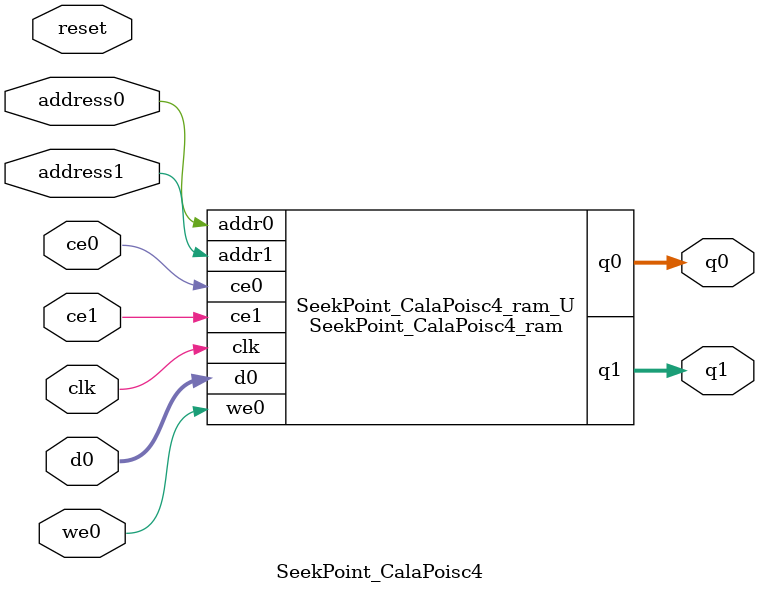
<source format=v>
`timescale 1 ns / 1 ps
module SeekPoint_CalaPoisc4_ram (addr0, ce0, d0, we0, q0, addr1, ce1, q1,  clk);

parameter DWIDTH = 32;
parameter AWIDTH = 1;
parameter MEM_SIZE = 2;

input[AWIDTH-1:0] addr0;
input ce0;
input[DWIDTH-1:0] d0;
input we0;
output reg[DWIDTH-1:0] q0;
input[AWIDTH-1:0] addr1;
input ce1;
output reg[DWIDTH-1:0] q1;
input clk;

(* ram_style = "distributed" *)reg [DWIDTH-1:0] ram[0:MEM_SIZE-1];




always @(posedge clk)  
begin 
    if (ce0) 
    begin
        if (we0) 
        begin 
            ram[addr0] <= d0; 
        end 
        q0 <= ram[addr0];
    end
end


always @(posedge clk)  
begin 
    if (ce1) 
    begin
        q1 <= ram[addr1];
    end
end


endmodule

`timescale 1 ns / 1 ps
module SeekPoint_CalaPoisc4(
    reset,
    clk,
    address0,
    ce0,
    we0,
    d0,
    q0,
    address1,
    ce1,
    q1);

parameter DataWidth = 32'd32;
parameter AddressRange = 32'd2;
parameter AddressWidth = 32'd1;
input reset;
input clk;
input[AddressWidth - 1:0] address0;
input ce0;
input we0;
input[DataWidth - 1:0] d0;
output[DataWidth - 1:0] q0;
input[AddressWidth - 1:0] address1;
input ce1;
output[DataWidth - 1:0] q1;



SeekPoint_CalaPoisc4_ram SeekPoint_CalaPoisc4_ram_U(
    .clk( clk ),
    .addr0( address0 ),
    .ce0( ce0 ),
    .we0( we0 ),
    .d0( d0 ),
    .q0( q0 ),
    .addr1( address1 ),
    .ce1( ce1 ),
    .q1( q1 ));

endmodule


</source>
